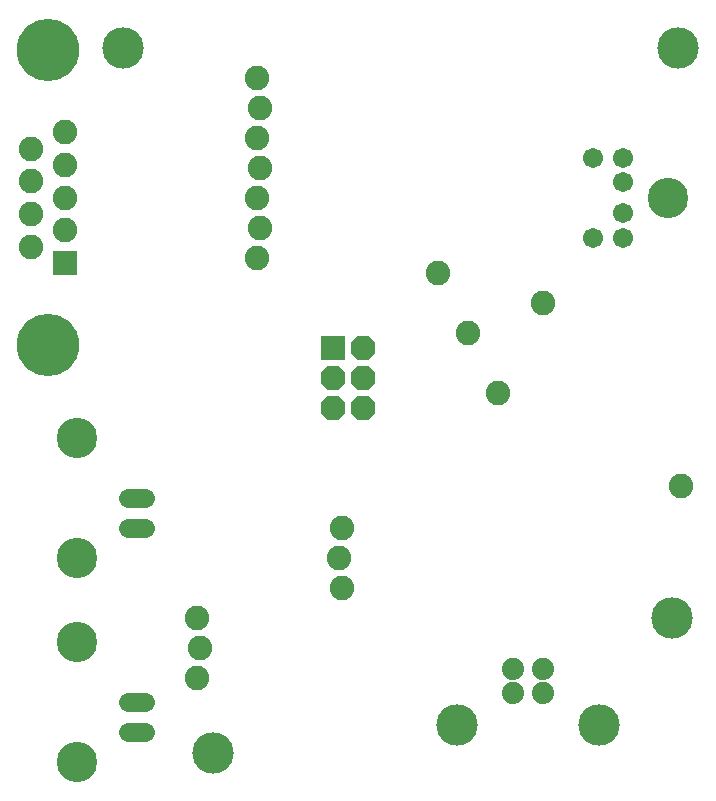
<source format=gbs>
G75*
G70*
%OFA0B0*%
%FSLAX24Y24*%
%IPPOS*%
%LPD*%
%AMOC8*
5,1,8,0,0,1.08239X$1,22.5*
%
%ADD10C,0.0674*%
%ADD11C,0.1346*%
%ADD12R,0.0820X0.0820*%
%ADD13C,0.0820*%
%ADD14C,0.2080*%
%ADD15C,0.0635*%
%ADD16C,0.0740*%
%ADD17C,0.1380*%
%ADD18OC8,0.0820*%
D10*
X028624Y020223D03*
X029609Y020223D03*
X029609Y021049D03*
X029609Y022073D03*
X029609Y022900D03*
X028624Y022900D03*
D11*
X011405Y002761D03*
X011405Y006761D03*
X011405Y009561D03*
X011405Y013561D03*
X031105Y021561D03*
D12*
X019955Y016561D03*
X011014Y019380D03*
D13*
X009896Y019927D03*
X011014Y020471D03*
X009896Y021018D03*
X011014Y021561D03*
X009896Y022105D03*
X011014Y022652D03*
X009896Y023195D03*
X011014Y023742D03*
X017405Y023561D03*
X017505Y022561D03*
X017405Y021561D03*
X017505Y020561D03*
X017405Y019561D03*
X023455Y019061D03*
X024455Y017061D03*
X025455Y015061D03*
X026955Y018061D03*
X031555Y011961D03*
X020255Y010561D03*
X020155Y009561D03*
X020255Y008561D03*
X015405Y007561D03*
X015505Y006561D03*
X015405Y005561D03*
X017505Y024561D03*
X017405Y025561D03*
D14*
X010455Y026483D03*
X010455Y016640D03*
D15*
X013128Y011561D02*
X013682Y011561D01*
X013682Y010561D02*
X013128Y010561D01*
X013128Y004761D02*
X013682Y004761D01*
X013682Y003761D02*
X013128Y003761D01*
D16*
X025963Y005061D03*
X025963Y005841D03*
X026947Y005841D03*
X026947Y005061D03*
D17*
X028825Y003991D03*
X031255Y007561D03*
X024085Y003991D03*
X015955Y003061D03*
X012955Y026561D03*
X031455Y026561D03*
D18*
X020955Y016561D03*
X020955Y015561D03*
X019955Y015561D03*
X019955Y014561D03*
X020955Y014561D03*
M02*

</source>
